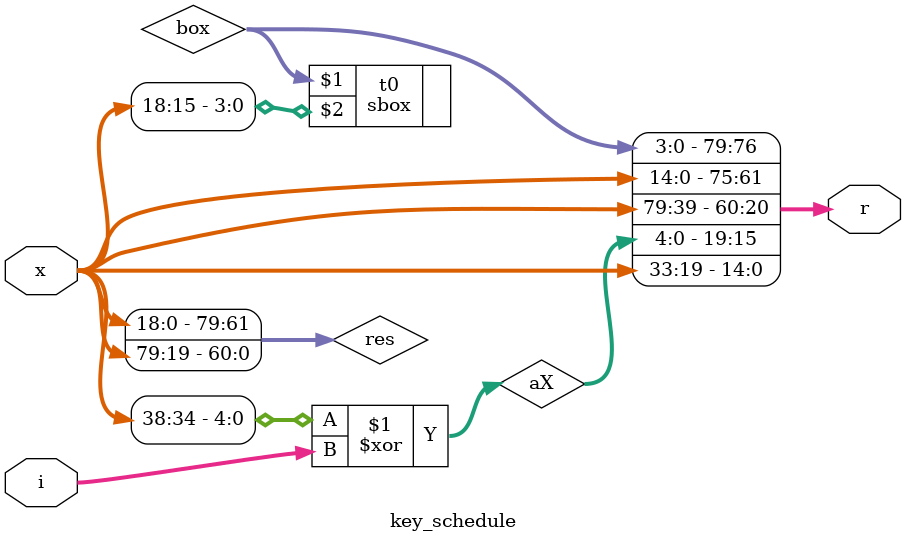
<source format=v>
/* Copyright (C) 2017 Daniel Page <csdsp@bristol.ac.uk>
 *
 * Use of this source code is restricted per the CC BY-NC-ND license, a copy of 
 * which can be found via http://creativecommons.org (and should be included as 
 * LICENSE.txt within the associated archive or repository).
 */

module key_schedule( output wire [ 79 : 0 ] r,
                      input wire [ 79 : 0 ] x,
                      input wire [  4 : 0 ] i );

  // Stage 1: complete this module implementation
   wire [  3 : 0 ] box;
   wire [ 79 : 0 ] res;
   wire [  4 : 0 ] aX;
   
   assign res [ 79:0 ] = {x[ 18:0 ], x[ 79:19 ]};
   sbox t0( box, res[79:76]);

   assign aX = res[ 19:15 ] ^ i;

   assign r = {box, res[75:20], aX, res[14:0]};


endmodule
</source>
